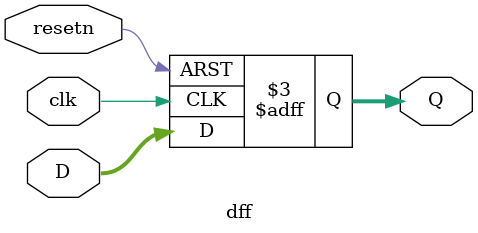
<source format=v>
module dff#(parameter WIDTH = 2)
	(
		input resetn, clk,
		input [WIDTH-1:0] D,
		output reg [WIDTH-1:0] Q
		);

	always@(posedge clk or negedge resetn) begin
		if(!resetn)begin
			Q <= 0;
		end
		else begin
			Q <= D;
		end
	end
endmodule
</source>
